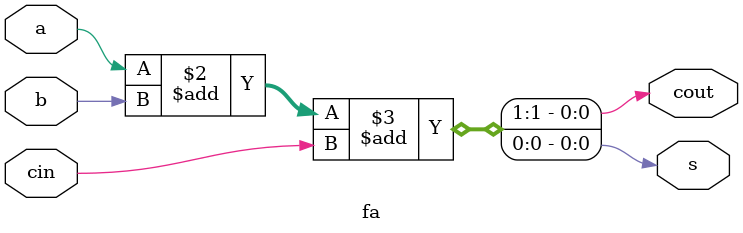
<source format=sv>
module fa(input a,b,cin,output reg s,cout);
  //reg s,cout;
  always@(a,b,cin)
    {cout,s}=a+b+cin;
endmodule

</source>
